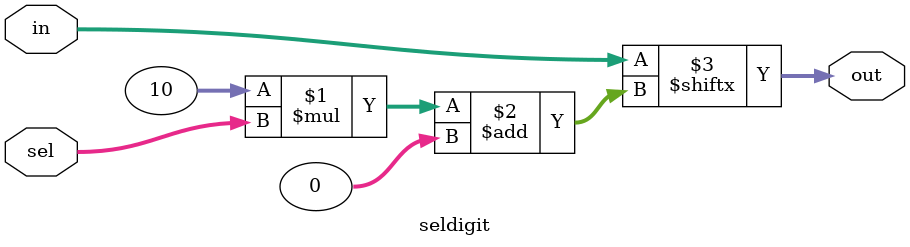
<source format=v>
`define N 10
`define L 10
module controll(clk, rst, sum);
	parameter L = `L; parameter N = `N;
	input clk;
	input rst;
	output [L*N-1:0] sum;
	
	parameter INIT       = 4'h0,
			  DIV1       = 4'h1,
			  DIV2       = 4'h2,
			  SUB        = 4'h3,
			  DIV3       = 4'h4,
			  MERGEPLUS  = 4'h5,
  			  MERGEMINUS = 4'h6,
			  END        = 4'h7;
	reg [3:0] state;
	wire [9:0] initdiv1,initdiv2, constdiv1,constdiv2;
	assign initdiv1 = 10'd 80; //16*5
	assign initdiv2 = 10'd 956; //4*239
	assign constdiv1 = 10'd 25;
	assign constdiv2 = 10'd 239;

	reg [ 7:0 ] count; // count 0 ~~ L //!

	parameter NTIMES = 20; // 100/1.4 +1 ???   OVERFLOOOOOOOOOOOOOOOOOOOOOO!!!
	//wire[N-1:0] sumo,div1o, div2o, subo;
	//wire[ 7:0 ] sums,div1s,div2s,subs;
	reg [L*N-1:0] sum; //seldigit sumsel(sum ,sums, sumo);
	reg [L*N-1:0] div1;//seldigit div1sel(div1 ,div1s, div1o);
	reg [L*N-1:0] div2;//seldigit div2sel(div2 ,div2s, div2o);
	reg [L*N-1:0] sub; //seldigit subsel(sub ,subs, subo);
	
	wire [N-1:0] div1quo, div2quo;
	wire [10+N-1:0] div1rem, div2rem;
	reg [10+N-1:0] div1remm, div2remm;


	reg [N-1:0] div3valk;
	wire [N-1:0] param2k;
	assign param2k = div3valk * 2 - 1 ; //OVERFLOW AND DIE

	wire [N-1:0] div2Nbitn,div2Nbitd;
	// divider2(unit) is used at DIV1 and DIV3 ,input differs
	assign div2Nbitn = (state==DIV3) ? sub[N*count +:N] : div2[N*count +:N] ;
	assign div2Nbitd = (state==DIV3) ? param2k          : constdiv2;
	divider10a divider1 ( div1remm, div1[N*count +:N] , constdiv1, div1quo,div1rem );
	divider10a divider2 ( div2remm, div2Nbitn         , div2Nbitd, div2quo,div2rem );

	reg  subcin;
	wire subcoutw;
	wire [N-1:0] subNbita,subNbitb, subq;
	assign subNbita = (state==SUB) ? div1[N*count +:N]: sum[N*count +:N];
	assign subNbitb = (state==SUB) ? div2[N*count +:N]: sub[N*count +:N];
	sub10bitD subsracter( subNbita,subNbitb, subq, subcin,subcoutw  );

	// only used at MERGE
	reg addcin;
	wire addcoutw;
	wire [N-1:0] addq;
	add10bitD adder10D( sum[N*count +:N],sub[N*count +:N], addq, addcin,addcoutw );

	always @(posedge clk or negedge rst) begin
		if (!rst) begin
			// reset
			// note: [MSB:LSB], calc MSB->LSB whe div, LSB->MSB when sub/add
			// 2.5 -> [<2>,<.5>, ...]
			sum <= { (N*L){1'b0} };
			div3valk <= 10'd 0;
			div1 <= { initdiv1,{(N*L-10){1'b0}} }; div1remm <= 0;
			div2 <= { initdiv2,{(N*L-10){1'b0}} }; div2remm <= 0;

			count <= L-1; state <= DIV1; //TODO
		end
		else begin
			case(state)

			DIV1: begin // div1 /= divider1, div2 /= divider2, ct:L-1->0
				div1[N*count +:N] <= div1quo; div1remm <= div1rem;
				div2[N*count +:N] <= div2quo; div2remm <= div2rem;
				if(count != 0) begin
					count <= count-1;
				end else begin
					count <= L-1;
					state <= DIV2; div1remm<=0;div2remm<=0;
				end
			end

			DIV2: begin // div2 /= divider2, ct:L-1->0
				div2[N*count +:N] <= div2quo; div2remm <= div2rem;
				if(count != 0) begin
					count <= count-1;
				end else begin
					count <= 0;
					state <= SUB; subcin <= 0;	
				end
			end

			SUB: begin // sub <- div1- div2, ct:0->L-1
				sub[N*count +:N] <= subq; subcin <= subcoutw;				
				if(count != L-1) begin
					count <= count +1;
				end else begin
					count <= L-1;
					div3valk <= div3valk +1;
					state <= DIV3; div1remm<=0;div2remm<=0;
				end
			end

			DIV3: begin // sub /= 2*k-1, ct:L-1->0
			//! TODO
				sub[N*count +:N] <= div2quo; div2remm <= div2rem;

				if(count != 0) begin
					count <= count-1;
				end else begin
					count <= L-1;
					//state <= (div3valk[0] == 1'b0) ? MERGEMINUS : MERGEPLUS;					
					if ( (div3valk[0]) == 0) begin
						state <= MERGEMINUS; count <=0; subcin<=0;
					end else begin
						state <= MERGEPLUS;  count <=0; addcin<=0;
					end
				end
			end

			MERGEPLUS: begin // sum <- sum + sub
				sum[N*count +:N] <= addq; addcin <= addcoutw;				
				if(count != L-1) begin
					count <= count +1;
				end else begin
					if(div3valk == NTIMES)begin
						state <= END;						
					end else begin
						count <= L-1; state <= DIV1; div1remm<=0;div2remm<=0;				
					end
				end
			end

			MERGEMINUS: begin // sum <- sum - sub
				sum[N*count +:N] <= subq; subcin <= subcoutw;				
				if(count != L-1) begin
					count <= count +1;
				end else begin
					if(div3valk == NTIMES)begin
						state <= END;
					end else begin
						count <= L-1; state <= DIV1; div1remm<=0;div2remm<=0;
					end
				end
			end

			END: begin
				//! TODO
			end
			endcase
		end
	end

endmodule

module seldigit(in, sel, out); //select digit[10bit]
	parameter L = 100, N = 10;
	input [L*N-1:0] in;
	input [ 7:0 ] sel;
	output [N-1:0] out;
	assign out = in[ N*(sel) +: N ];
endmodule

</source>
